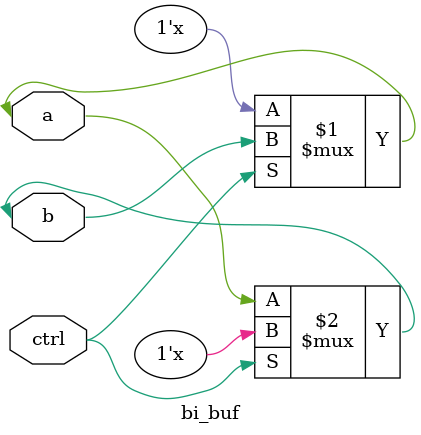
<source format=v>
module bi_buf(a,b,ctrl);
inout a,b;
input ctrl;
bufif1 B1(a,b,ctrl);
bufif0 B2(b,a,ctrl);
endmodule

</source>
